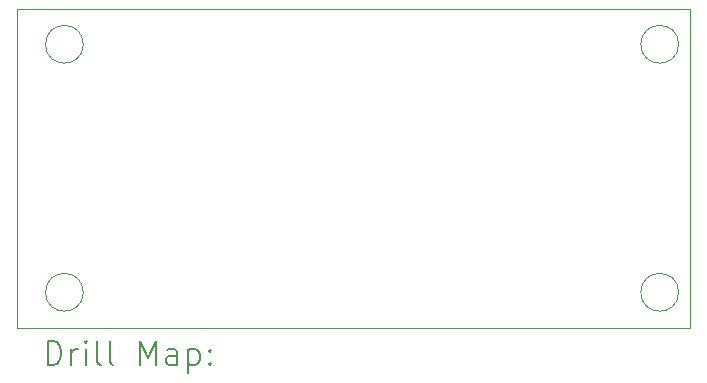
<source format=gbr>
%TF.GenerationSoftware,KiCad,Pcbnew,8.0.8*%
%TF.CreationDate,2025-06-29T12:48:05+09:00*%
%TF.ProjectId,NJM2374A_Boost,4e4a4d32-3337-4344-915f-426f6f73742e,rev?*%
%TF.SameCoordinates,Original*%
%TF.FileFunction,Drillmap*%
%TF.FilePolarity,Positive*%
%FSLAX45Y45*%
G04 Gerber Fmt 4.5, Leading zero omitted, Abs format (unit mm)*
G04 Created by KiCad (PCBNEW 8.0.8) date 2025-06-29 12:48:05*
%MOMM*%
%LPD*%
G01*
G04 APERTURE LIST*
%ADD10C,0.050000*%
%ADD11C,0.200000*%
G04 APERTURE END LIST*
D10*
X14200000Y-7800000D02*
G75*
G02*
X13880000Y-7800000I-160000J0D01*
G01*
X13880000Y-7800000D02*
G75*
G02*
X14200000Y-7800000I160000J0D01*
G01*
X9160000Y-7800000D02*
G75*
G02*
X8840000Y-7800000I-160000J0D01*
G01*
X8840000Y-7800000D02*
G75*
G02*
X9160000Y-7800000I160000J0D01*
G01*
X8600000Y-7500000D02*
X14300000Y-7500000D01*
X14300000Y-7500000D02*
X14300000Y-10200000D01*
X8600000Y-10200000D02*
X8600000Y-7500000D01*
X14300000Y-10200000D02*
X8600000Y-10200000D01*
X14200000Y-9900000D02*
G75*
G02*
X13880000Y-9900000I-160000J0D01*
G01*
X13880000Y-9900000D02*
G75*
G02*
X14200000Y-9900000I160000J0D01*
G01*
X9160000Y-9900000D02*
G75*
G02*
X8840000Y-9900000I-160000J0D01*
G01*
X8840000Y-9900000D02*
G75*
G02*
X9160000Y-9900000I160000J0D01*
G01*
D11*
X8858277Y-10513984D02*
X8858277Y-10313984D01*
X8858277Y-10313984D02*
X8905896Y-10313984D01*
X8905896Y-10313984D02*
X8934467Y-10323508D01*
X8934467Y-10323508D02*
X8953515Y-10342555D01*
X8953515Y-10342555D02*
X8963039Y-10361603D01*
X8963039Y-10361603D02*
X8972563Y-10399698D01*
X8972563Y-10399698D02*
X8972563Y-10428270D01*
X8972563Y-10428270D02*
X8963039Y-10466365D01*
X8963039Y-10466365D02*
X8953515Y-10485412D01*
X8953515Y-10485412D02*
X8934467Y-10504460D01*
X8934467Y-10504460D02*
X8905896Y-10513984D01*
X8905896Y-10513984D02*
X8858277Y-10513984D01*
X9058277Y-10513984D02*
X9058277Y-10380650D01*
X9058277Y-10418746D02*
X9067801Y-10399698D01*
X9067801Y-10399698D02*
X9077324Y-10390174D01*
X9077324Y-10390174D02*
X9096372Y-10380650D01*
X9096372Y-10380650D02*
X9115420Y-10380650D01*
X9182086Y-10513984D02*
X9182086Y-10380650D01*
X9182086Y-10313984D02*
X9172563Y-10323508D01*
X9172563Y-10323508D02*
X9182086Y-10333031D01*
X9182086Y-10333031D02*
X9191610Y-10323508D01*
X9191610Y-10323508D02*
X9182086Y-10313984D01*
X9182086Y-10313984D02*
X9182086Y-10333031D01*
X9305896Y-10513984D02*
X9286848Y-10504460D01*
X9286848Y-10504460D02*
X9277324Y-10485412D01*
X9277324Y-10485412D02*
X9277324Y-10313984D01*
X9410658Y-10513984D02*
X9391610Y-10504460D01*
X9391610Y-10504460D02*
X9382086Y-10485412D01*
X9382086Y-10485412D02*
X9382086Y-10313984D01*
X9639229Y-10513984D02*
X9639229Y-10313984D01*
X9639229Y-10313984D02*
X9705896Y-10456841D01*
X9705896Y-10456841D02*
X9772563Y-10313984D01*
X9772563Y-10313984D02*
X9772563Y-10513984D01*
X9953515Y-10513984D02*
X9953515Y-10409222D01*
X9953515Y-10409222D02*
X9943991Y-10390174D01*
X9943991Y-10390174D02*
X9924944Y-10380650D01*
X9924944Y-10380650D02*
X9886848Y-10380650D01*
X9886848Y-10380650D02*
X9867801Y-10390174D01*
X9953515Y-10504460D02*
X9934467Y-10513984D01*
X9934467Y-10513984D02*
X9886848Y-10513984D01*
X9886848Y-10513984D02*
X9867801Y-10504460D01*
X9867801Y-10504460D02*
X9858277Y-10485412D01*
X9858277Y-10485412D02*
X9858277Y-10466365D01*
X9858277Y-10466365D02*
X9867801Y-10447317D01*
X9867801Y-10447317D02*
X9886848Y-10437793D01*
X9886848Y-10437793D02*
X9934467Y-10437793D01*
X9934467Y-10437793D02*
X9953515Y-10428270D01*
X10048753Y-10380650D02*
X10048753Y-10580650D01*
X10048753Y-10390174D02*
X10067801Y-10380650D01*
X10067801Y-10380650D02*
X10105896Y-10380650D01*
X10105896Y-10380650D02*
X10124944Y-10390174D01*
X10124944Y-10390174D02*
X10134467Y-10399698D01*
X10134467Y-10399698D02*
X10143991Y-10418746D01*
X10143991Y-10418746D02*
X10143991Y-10475889D01*
X10143991Y-10475889D02*
X10134467Y-10494936D01*
X10134467Y-10494936D02*
X10124944Y-10504460D01*
X10124944Y-10504460D02*
X10105896Y-10513984D01*
X10105896Y-10513984D02*
X10067801Y-10513984D01*
X10067801Y-10513984D02*
X10048753Y-10504460D01*
X10229705Y-10494936D02*
X10239229Y-10504460D01*
X10239229Y-10504460D02*
X10229705Y-10513984D01*
X10229705Y-10513984D02*
X10220182Y-10504460D01*
X10220182Y-10504460D02*
X10229705Y-10494936D01*
X10229705Y-10494936D02*
X10229705Y-10513984D01*
X10229705Y-10390174D02*
X10239229Y-10399698D01*
X10239229Y-10399698D02*
X10229705Y-10409222D01*
X10229705Y-10409222D02*
X10220182Y-10399698D01*
X10220182Y-10399698D02*
X10229705Y-10390174D01*
X10229705Y-10390174D02*
X10229705Y-10409222D01*
M02*

</source>
